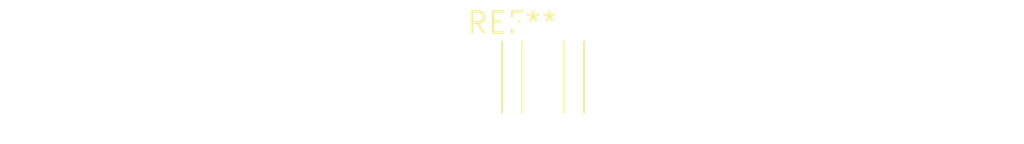
<source format=kicad_pcb>
(kicad_pcb (version 20240108) (generator pcbnew)
  (layers (0 "F.Cu" signal) (31 "B.Cu" signal) (34 "B.Paste" user) (35 "F.Paste" user) (36 "B.SilkS" user "B.Silkscreen") (37 "F.SilkS" user "F.Silkscreen") (38 "B.Mask" user) (39 "F.Mask" user) (44 "Edge.Cuts" user))
  (net 0 "")
  (footprint "SolderWire-0.127sqmm_1x02_P3.7mm_D0.48mm_OD1mm_Relief" (layer "F.Cu") (at 0 0)
    (property "Reference" "REF**")
    (property "Value" "SolderWire-0.127sqmm_1x02_P3.7mm_D0.48mm_OD1mm_Relief")
    (fp_line (start -0.61 1.11) (end -0.61 5.39) (layer "F.SilkS") (stroke (width 0.12)))
    (fp_line (start 0.61 1.11) (end 0.61 5.39) (layer "F.SilkS") (stroke (width 0.12)))
    (fp_line (start 3.09 1.11) (end 3.09 5.39) (layer "F.SilkS") (stroke (width 0.12)))
    (fp_line (start 4.31 1.11) (end 4.31 5.39) (layer "F.SilkS") (stroke (width 0.12)))
    (pad "" np_thru_hole circle (at 0 6) (size 1.5 1.5) (drill 1.5) (layers *.Cu *.Mask))
    (pad "" np_thru_hole circle (at 3.7 6) (size 1.5 1.5) (drill 1.5) (layers *.Cu *.Mask))
    (pad "1" thru_hole roundrect (at 0 0) (size 1.7 1.7) (drill 0.7) (layers *.Cu *.Mask) (remove_unused_layers) (roundrect_rratio 0.147059))
    (pad "2" thru_hole circle (at 3.7 0) (size 1.7 1.7) (drill 0.7) (layers *.Cu *.Mask) (remove_unused_layers))
  )
)
</source>
